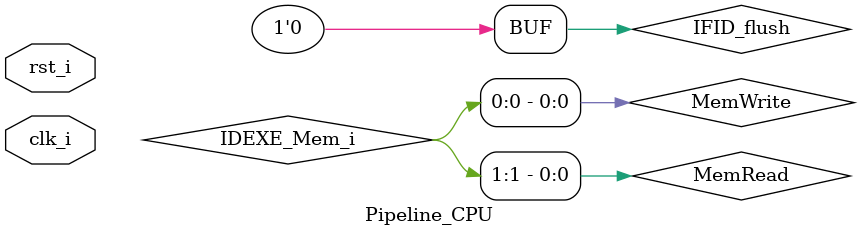
<source format=v>
/***************************************************
Student Name: 
Student ID: 
***************************************************/

`timescale 1ns/1ps
module Pipeline_CPU(
        clk_i,
		rst_i
		);
		
//I/O port
input         clk_i;
input         rst_i;

//Internal Signles
wire [31:0] pc_i;
wire [31:0] pc_o;
wire [31:0] MuxMemtoReg_o;
wire [31:0] ALUresult;
wire [31:0] MuxALUSrc_o;
wire [31:0] decoder_o;
wire [31:0] RSdata_o;
wire [31:0] RTdata_o;
wire [31:0] Imm_Gen_o;
wire [31:0] ALUSrc1_o;
wire [31:0] ALUSrc2_o;
wire [7:0] Mux_control_o;

wire [31:0] pc_add_immediate;
wire [1:0] ALUOp;
wire PC_write;
wire ALUSrc; 
wire RegWrite;
wire Branch;
wire control_output_select;
wire Jump;
wire [31:0] SL1_o;
wire [3:0] ALU_Ctrl_o;
wire zero,cout,ovf;
wire branch_zero;
wire PCSrc;
wire [31:0] DM_o;
wire MemtoReg,MemRead,MemWrite;
wire [1:0] ALUSelSrc1;
wire [1:0] ALUSelSrc2;
wire [31:0] IF_instr;
wire [31:0] pc_add4;


//Pipeline Signals
//IFID
wire [31:0] IFID_pc_o;
wire [31:0] IFID_instr_o;
wire IFID_write;
wire IFID_flush = 0;
wire [31:0]IFID_pc_add4_o;
//IDEXE
wire [1:0] IDEXE_WB_i;
wire [2:0] IDEXE_Mem_i;
wire [2:0] IDEXE_Exe_i;
wire [31:0] IDEXE_instr_o;
wire [1:0] IDEXE_WB_o;
wire [2:0] IDEXE_Mem_o;
wire [2:0] IDEXE_Exe_o;
wire [31:0] IDEXE_pc_o;
wire [31:0] IDEXE_RSdata_o;
wire [31:0] IDEXE_RTdata_o;
wire [31:0] IDEXE_ImmGen_o;
wire [3:0] IDEXE_instr_30_14_12_o;
wire [4:0] IDEXE_instr_11_7_o;
wire [31:0]IDEXE_pc_add4_o;

//EXEMEM
wire [31:0] EXEMEM_instr_o;
wire [1:0] EXEMEM_WB_o;
wire [2:0] EXEMEM_Mem_o;
wire [31:0] EXEMEM_pcsum_o;
wire EXEMEM_zero_o;
wire [31:0] EXEMEM_ALUresult_o;
wire [31:0] EXEMEM_RTdata_o;
wire [4:0]  EXEMEM_instr_11_7_o;
wire [31:0] EXEMEM_pc_add4_o;

//MEMWB
wire [1:0] MEMWB_WB_o;
wire [31:0] MEMWB_DM_o;
wire [31:0] MEMWB_ALUresult_o;
wire [4:0]  MEMWB_instr_11_7_o;
wire [31:0] MEMWB_pc_add4_o;

assign IDEXE_WB_i  = {RegWrite, MemtoReg};
assign IDEXE_Mem_i = {Branch, MemRead, MemWrite};
assign IDEXE_Exe_i = {ALUOp, ALUSrc};


//Create componentes
///    IF
ProgramCounter PC(
        .clk_i(clk_i),      
	    .rst_i (rst_i),     
		.PCWrite(PC_write),
	    .pc_i(pc_add4),   
	    .pc_o(pc_o) 
	    );

Adder PC_plus_4_Adder(
        pc_o,
        4,
        pc_add4
	    );

Instr_Memory IM(
        .addr_i(pc_o),  
	    .instr_o(IF_instr)    
	    );




IF_register IFtoID(
        clk_i,
        rst_i,
        IFID_write,
        pc_o,
        IF_instr,
        pc_add4,
        IFID_pc_o,
        IFID_instr_o,
        IFID_flush,
        IFID_pc_add4_o
     );

/////// ID
Hazard_detection Hazard_detection_obj(
        IFID_instr_o[19:15],
        IFID_instr_o[24:20],
        IDEXE_instr_11_7_o,
        IDEXE_Mem_o[1],
        PC_write,
        IFID_write,
        control_output_select
);


Decoder Decoder(
        .nopsignal(control_output_select),
        .instr_i(IFID_instr_o), 
		.ALUSrc(ALUSrc),
		.MemtoReg(MemtoReg),
	    .RegWrite(RegWrite),
		.MemRead(MemRead),
		.MemWrite(MemWrite),
	    .Branch(Branch),
		.ALUOp(ALUOp),
		.Jump(Jump)
	    );

	 
Reg_File RF(
        .clk_i(clk_i),      
	    .rst_i(rst_i) ,     
        .RSaddr_i(IFID_instr_o[19:15]) ,  
        .RTaddr_i(IFID_instr_o[24:20]) ,  
        .RDaddr_i(MEMWB_instr_11_7_o) ,  
        .RDdata_i(MuxMemtoReg_o)  , 
        .RegWrite_i (MEMWB_WB_o[1]),
        .RSdata_o(RSdata_o),  
        .RTdata_o(RTdata_o)   
        );
		
Imm_Gen ImmGen(
        IFID_instr_o,
        Imm_Gen_o
		);




EXE_register IDtoEXE(
        clk_i,
        rst_i,
        IFID_instr_o,
        IDEXE_WB_i,
        IDEXE_Mem_i, 
        IDEXE_Exe_i,
        RSdata_o,
        RTdata_o,
        Imm_Gen_o,
        {IFID_instr_o[30], IFID_instr_o[14:12]},
        IFID_instr_o[11:7],
        IFID_pc_o,
        IFID_pc_add4_o, //13
        IDEXE_instr_o,
        IDEXE_WB_o,
        IDEXE_Mem_o,
        IDEXE_Exe_o,
        IDEXE_RSdata_o,
        IDEXE_RTdata_o,
        IDEXE_ImmGen_o,
        IDEXE_instr_30_14_12_o,
        IDEXE_instr_11_7_o,
        IDEXE_pc_o,
        IDEXE_pc_add4_o //24
    );	
		
	
/////// EXE
Adder PC_plus_immi(
        IDEXE_pc_o,
        IDEXE_ImmGen_o,
        pc_add_immediate
	    );

MUX_2to1 Mux_ALUSrc(
        MuxALUSrc_o,
        IDEXE_ImmGen_o,
        IDEXE_Exe_o[0],
        ALUSrc2_o
		);

ForwardingUnit FWUnit(
        IDEXE_instr_o[19:15],
        IDEXE_instr_o[24:20],
        EXEMEM_instr_11_7_o,
        EXEMEM_WB_o[1],
        MEMWB_instr_11_7_o,
        MEMWB_WB_o[1],
        ALUSelSrc1,
        ALUSelSrc2
		);
		
		
MUX_3to1 MUX_ALU_src1(
        IDEXE_RSdata_o,
        MuxMemtoReg_o,
        EXEMEM_ALUresult_o,
        ALUSelSrc1,
        ALUSrc1_o
		);

MUX_3to1 MUX_ALU_src2(
        IDEXE_RTdata_o,
        MuxMemtoReg_o,
        EXEMEM_ALUresult_o,
        ALUSelSrc2,
        MuxALUSrc_o
		);
			
ALU_Ctrl ALU_Ctrl(
        IDEXE_instr_30_14_12_o,
        IDEXE_Exe_o[2:1],
        ALU_Ctrl_o
		);
		
		
alu alu(
        rst_i,
        ALUSrc1_o,
        ALUSrc2_o,
        ALU_Ctrl_o,
        ALUresult,
        zero,
        cout,
        ovf
		);

MEM_register EXEtoMEM(
        clk_i,
        rst_i,
        IDEXE_instr_o,
        IDEXE_WB_o,
        IDEXE_Mem_o,
        zero,
        ALUresult,
        MuxALUSrc_o,
        IDEXE_instr_11_7_o,
        pc_add_immediate,
        IDEXE_pc_add4_o, // 11
        EXEMEM_instr_o,
        EXEMEM_WB_o,
        EXEMEM_Mem_o,
        EXEMEM_zero_o,
        EXEMEM_ALUresult_o,
        EXEMEM_RTdata_o,
        EXEMEM_instr_11_7_o,
        EXEMEM_pcsum_o,
        EXEMEM_pc_add4_o //20
    );

//MEM		
Data_Memory Data_Memory(
        clk_i,
        EXEMEM_ALUresult_o,
        EXEMEM_RTdata_o,
        EXEMEM_Mem_o[1],
        EXEMEM_Mem_o[0],
        DM_o
		);
		
WB_register MEMtoWB(
        clk_i,
        rst_i,
        EXEMEM_WB_o,
        DM_o,
        EXEMEM_ALUresult_o,
        EXEMEM_instr_11_7_o,
        EXEMEM_pc_add4_o,
        MEMWB_WB_o,
        MEMWB_DM_o,
        MEMWB_ALUresult_o,
        MEMWB_instr_11_7_o,
        MEMWB_pc_add4_o
     );
		
/// WB
MUX_2to1 Mux_MemtoReg(
        MEMWB_ALUresult_o,
        MEMWB_DM_o,
        MEMWB_WB_o[0],
        MuxMemtoReg_o
		);



endmodule
		  



</source>
